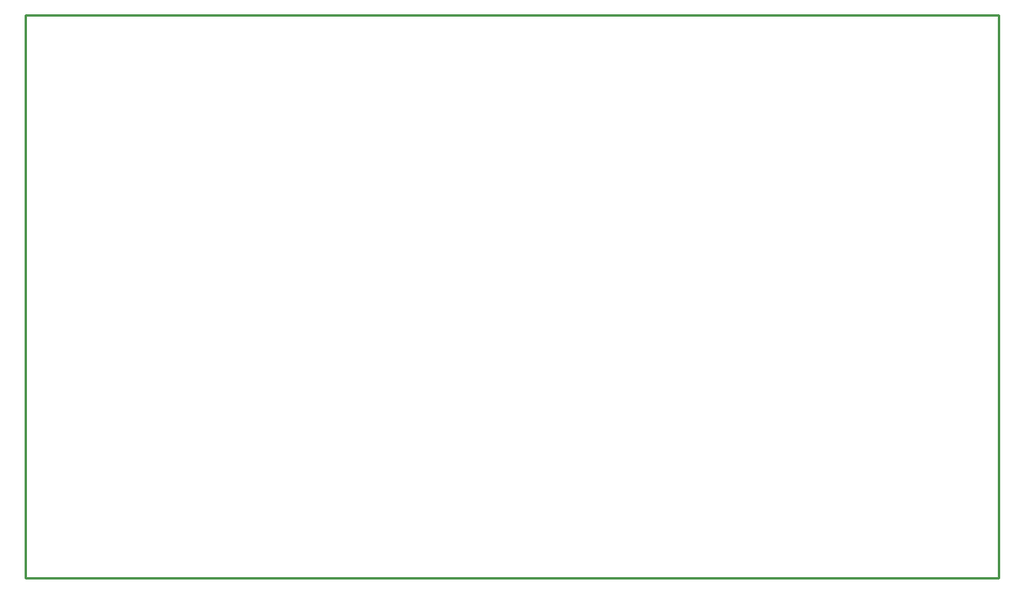
<source format=gbr>
G04 EAGLE Gerber RS-274X export*
G75*
%MOMM*%
%FSLAX34Y34*%
%LPD*%
%IN*%
%IPPOS*%
%AMOC8*
5,1,8,0,0,1.08239X$1,22.5*%
G01*
G04 Define Apertures*
%ADD10C,0.254000*%
D10*
X-1000Y-1000D02*
X1038000Y-1000D01*
X1038000Y600000D01*
X-1000Y600000D01*
X-1000Y-1000D01*
M02*

</source>
